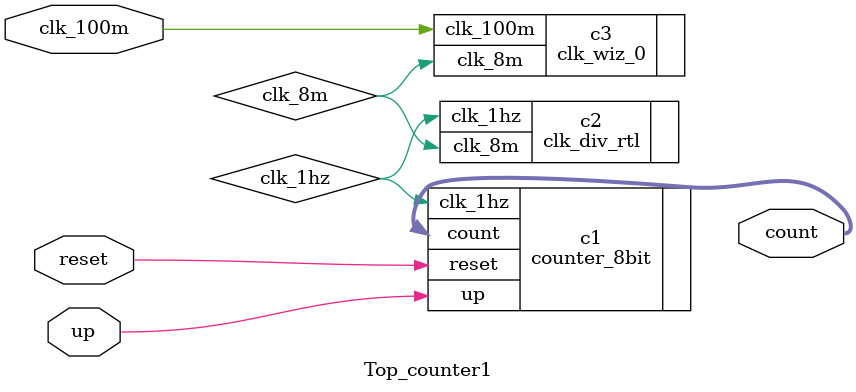
<source format=v>
`timescale 1ns / 1ps


module Top_counter1(
    input clk_100m,
    input reset,
    input up,
    output [7:0] count
    );
    wire clk_8m, clk_1hz;
      clk_wiz_0 c3
   (
    // Clock out ports
    .clk_8m(clk_8m),     // output clk_8m
   // Clock in ports
    .clk_100m(clk_100m));
    
    clk_div_rtl c2(.clk_8m(clk_8m),.clk_1hz(clk_1hz));
    
    counter_8bit c1(.clk_1hz(clk_1hz),.up(up), .reset(reset), .count(count));  
endmodule


</source>
